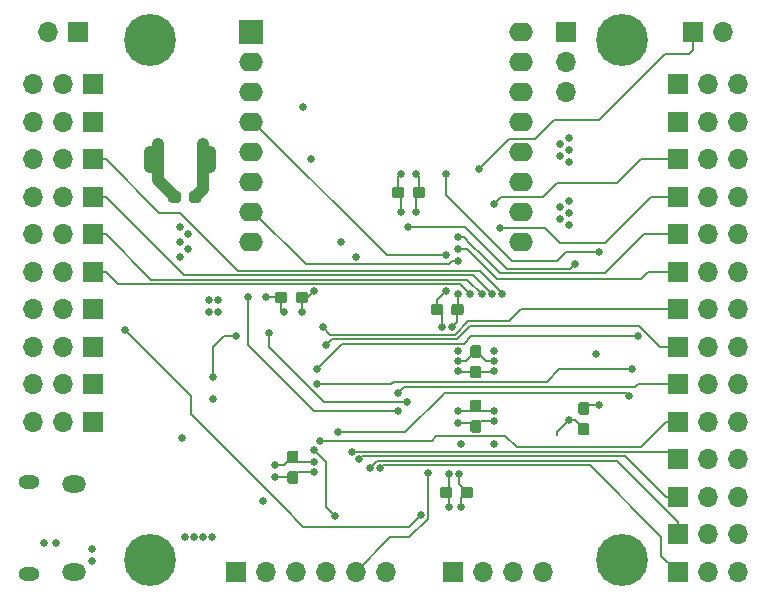
<source format=gbr>
G04 #@! TF.GenerationSoftware,KiCad,Pcbnew,(5.1.2-1)-1*
G04 #@! TF.CreationDate,2019-07-06T18:38:22+02:00*
G04 #@! TF.ProjectId,servonoid,73657276-6f6e-46f6-9964-2e6b69636164,rev?*
G04 #@! TF.SameCoordinates,Original*
G04 #@! TF.FileFunction,Copper,L4,Bot*
G04 #@! TF.FilePolarity,Positive*
%FSLAX46Y46*%
G04 Gerber Fmt 4.6, Leading zero omitted, Abs format (unit mm)*
G04 Created by KiCad (PCBNEW (5.1.2-1)-1) date 2019-07-06 18:38:22*
%MOMM*%
%LPD*%
G04 APERTURE LIST*
%ADD10O,2.000000X1.600000*%
%ADD11R,2.000000X2.000000*%
%ADD12C,0.100000*%
%ADD13C,0.950000*%
%ADD14O,2.000000X1.450000*%
%ADD15O,1.800000X1.150000*%
%ADD16R,1.700000X1.700000*%
%ADD17O,1.700000X1.700000*%
%ADD18C,4.400000*%
%ADD19C,0.700000*%
%ADD20C,0.660400*%
%ADD21C,1.000000*%
%ADD22C,0.200000*%
%ADD23C,0.177800*%
G04 APERTURE END LIST*
D10*
X140970000Y-84455000D03*
D11*
X140970000Y-81915000D03*
D10*
X140970000Y-86995000D03*
X140970000Y-89535000D03*
X140970000Y-92075000D03*
X140970000Y-94615000D03*
X140970000Y-97155000D03*
X140970000Y-99695000D03*
X163830000Y-99695000D03*
X163830000Y-97155000D03*
X163830000Y-94615000D03*
X163830000Y-92075000D03*
X163830000Y-89535000D03*
X163830000Y-86995000D03*
X163830000Y-84455000D03*
X163830000Y-81915000D03*
D12*
G36*
X169424779Y-113268144D02*
G01*
X169447834Y-113271563D01*
X169470443Y-113277227D01*
X169492387Y-113285079D01*
X169513457Y-113295044D01*
X169533448Y-113307026D01*
X169552168Y-113320910D01*
X169569438Y-113336562D01*
X169585090Y-113353832D01*
X169598974Y-113372552D01*
X169610956Y-113392543D01*
X169620921Y-113413613D01*
X169628773Y-113435557D01*
X169634437Y-113458166D01*
X169637856Y-113481221D01*
X169639000Y-113504500D01*
X169639000Y-114079500D01*
X169637856Y-114102779D01*
X169634437Y-114125834D01*
X169628773Y-114148443D01*
X169620921Y-114170387D01*
X169610956Y-114191457D01*
X169598974Y-114211448D01*
X169585090Y-114230168D01*
X169569438Y-114247438D01*
X169552168Y-114263090D01*
X169533448Y-114276974D01*
X169513457Y-114288956D01*
X169492387Y-114298921D01*
X169470443Y-114306773D01*
X169447834Y-114312437D01*
X169424779Y-114315856D01*
X169401500Y-114317000D01*
X168926500Y-114317000D01*
X168903221Y-114315856D01*
X168880166Y-114312437D01*
X168857557Y-114306773D01*
X168835613Y-114298921D01*
X168814543Y-114288956D01*
X168794552Y-114276974D01*
X168775832Y-114263090D01*
X168758562Y-114247438D01*
X168742910Y-114230168D01*
X168729026Y-114211448D01*
X168717044Y-114191457D01*
X168707079Y-114170387D01*
X168699227Y-114148443D01*
X168693563Y-114125834D01*
X168690144Y-114102779D01*
X168689000Y-114079500D01*
X168689000Y-113504500D01*
X168690144Y-113481221D01*
X168693563Y-113458166D01*
X168699227Y-113435557D01*
X168707079Y-113413613D01*
X168717044Y-113392543D01*
X168729026Y-113372552D01*
X168742910Y-113353832D01*
X168758562Y-113336562D01*
X168775832Y-113320910D01*
X168794552Y-113307026D01*
X168814543Y-113295044D01*
X168835613Y-113285079D01*
X168857557Y-113277227D01*
X168880166Y-113271563D01*
X168903221Y-113268144D01*
X168926500Y-113267000D01*
X169401500Y-113267000D01*
X169424779Y-113268144D01*
X169424779Y-113268144D01*
G37*
D13*
X169164000Y-113792000D03*
D12*
G36*
X169424779Y-115018144D02*
G01*
X169447834Y-115021563D01*
X169470443Y-115027227D01*
X169492387Y-115035079D01*
X169513457Y-115045044D01*
X169533448Y-115057026D01*
X169552168Y-115070910D01*
X169569438Y-115086562D01*
X169585090Y-115103832D01*
X169598974Y-115122552D01*
X169610956Y-115142543D01*
X169620921Y-115163613D01*
X169628773Y-115185557D01*
X169634437Y-115208166D01*
X169637856Y-115231221D01*
X169639000Y-115254500D01*
X169639000Y-115829500D01*
X169637856Y-115852779D01*
X169634437Y-115875834D01*
X169628773Y-115898443D01*
X169620921Y-115920387D01*
X169610956Y-115941457D01*
X169598974Y-115961448D01*
X169585090Y-115980168D01*
X169569438Y-115997438D01*
X169552168Y-116013090D01*
X169533448Y-116026974D01*
X169513457Y-116038956D01*
X169492387Y-116048921D01*
X169470443Y-116056773D01*
X169447834Y-116062437D01*
X169424779Y-116065856D01*
X169401500Y-116067000D01*
X168926500Y-116067000D01*
X168903221Y-116065856D01*
X168880166Y-116062437D01*
X168857557Y-116056773D01*
X168835613Y-116048921D01*
X168814543Y-116038956D01*
X168794552Y-116026974D01*
X168775832Y-116013090D01*
X168758562Y-115997438D01*
X168742910Y-115980168D01*
X168729026Y-115961448D01*
X168717044Y-115941457D01*
X168707079Y-115920387D01*
X168699227Y-115898443D01*
X168693563Y-115875834D01*
X168690144Y-115852779D01*
X168689000Y-115829500D01*
X168689000Y-115254500D01*
X168690144Y-115231221D01*
X168693563Y-115208166D01*
X168699227Y-115185557D01*
X168707079Y-115163613D01*
X168717044Y-115142543D01*
X168729026Y-115122552D01*
X168742910Y-115103832D01*
X168758562Y-115086562D01*
X168775832Y-115070910D01*
X168794552Y-115057026D01*
X168814543Y-115045044D01*
X168835613Y-115035079D01*
X168857557Y-115027227D01*
X168880166Y-115021563D01*
X168903221Y-115018144D01*
X168926500Y-115017000D01*
X169401500Y-115017000D01*
X169424779Y-115018144D01*
X169424779Y-115018144D01*
G37*
D13*
X169164000Y-115542000D03*
D12*
G36*
X134831779Y-95411144D02*
G01*
X134854834Y-95414563D01*
X134877443Y-95420227D01*
X134899387Y-95428079D01*
X134920457Y-95438044D01*
X134940448Y-95450026D01*
X134959168Y-95463910D01*
X134976438Y-95479562D01*
X134992090Y-95496832D01*
X135005974Y-95515552D01*
X135017956Y-95535543D01*
X135027921Y-95556613D01*
X135035773Y-95578557D01*
X135041437Y-95601166D01*
X135044856Y-95624221D01*
X135046000Y-95647500D01*
X135046000Y-96122500D01*
X135044856Y-96145779D01*
X135041437Y-96168834D01*
X135035773Y-96191443D01*
X135027921Y-96213387D01*
X135017956Y-96234457D01*
X135005974Y-96254448D01*
X134992090Y-96273168D01*
X134976438Y-96290438D01*
X134959168Y-96306090D01*
X134940448Y-96319974D01*
X134920457Y-96331956D01*
X134899387Y-96341921D01*
X134877443Y-96349773D01*
X134854834Y-96355437D01*
X134831779Y-96358856D01*
X134808500Y-96360000D01*
X134233500Y-96360000D01*
X134210221Y-96358856D01*
X134187166Y-96355437D01*
X134164557Y-96349773D01*
X134142613Y-96341921D01*
X134121543Y-96331956D01*
X134101552Y-96319974D01*
X134082832Y-96306090D01*
X134065562Y-96290438D01*
X134049910Y-96273168D01*
X134036026Y-96254448D01*
X134024044Y-96234457D01*
X134014079Y-96213387D01*
X134006227Y-96191443D01*
X134000563Y-96168834D01*
X133997144Y-96145779D01*
X133996000Y-96122500D01*
X133996000Y-95647500D01*
X133997144Y-95624221D01*
X134000563Y-95601166D01*
X134006227Y-95578557D01*
X134014079Y-95556613D01*
X134024044Y-95535543D01*
X134036026Y-95515552D01*
X134049910Y-95496832D01*
X134065562Y-95479562D01*
X134082832Y-95463910D01*
X134101552Y-95450026D01*
X134121543Y-95438044D01*
X134142613Y-95428079D01*
X134164557Y-95420227D01*
X134187166Y-95414563D01*
X134210221Y-95411144D01*
X134233500Y-95410000D01*
X134808500Y-95410000D01*
X134831779Y-95411144D01*
X134831779Y-95411144D01*
G37*
D13*
X134521000Y-95885000D03*
D12*
G36*
X136581779Y-95411144D02*
G01*
X136604834Y-95414563D01*
X136627443Y-95420227D01*
X136649387Y-95428079D01*
X136670457Y-95438044D01*
X136690448Y-95450026D01*
X136709168Y-95463910D01*
X136726438Y-95479562D01*
X136742090Y-95496832D01*
X136755974Y-95515552D01*
X136767956Y-95535543D01*
X136777921Y-95556613D01*
X136785773Y-95578557D01*
X136791437Y-95601166D01*
X136794856Y-95624221D01*
X136796000Y-95647500D01*
X136796000Y-96122500D01*
X136794856Y-96145779D01*
X136791437Y-96168834D01*
X136785773Y-96191443D01*
X136777921Y-96213387D01*
X136767956Y-96234457D01*
X136755974Y-96254448D01*
X136742090Y-96273168D01*
X136726438Y-96290438D01*
X136709168Y-96306090D01*
X136690448Y-96319974D01*
X136670457Y-96331956D01*
X136649387Y-96341921D01*
X136627443Y-96349773D01*
X136604834Y-96355437D01*
X136581779Y-96358856D01*
X136558500Y-96360000D01*
X135983500Y-96360000D01*
X135960221Y-96358856D01*
X135937166Y-96355437D01*
X135914557Y-96349773D01*
X135892613Y-96341921D01*
X135871543Y-96331956D01*
X135851552Y-96319974D01*
X135832832Y-96306090D01*
X135815562Y-96290438D01*
X135799910Y-96273168D01*
X135786026Y-96254448D01*
X135774044Y-96234457D01*
X135764079Y-96213387D01*
X135756227Y-96191443D01*
X135750563Y-96168834D01*
X135747144Y-96145779D01*
X135746000Y-96122500D01*
X135746000Y-95647500D01*
X135747144Y-95624221D01*
X135750563Y-95601166D01*
X135756227Y-95578557D01*
X135764079Y-95556613D01*
X135774044Y-95535543D01*
X135786026Y-95515552D01*
X135799910Y-95496832D01*
X135815562Y-95479562D01*
X135832832Y-95463910D01*
X135851552Y-95450026D01*
X135871543Y-95438044D01*
X135892613Y-95428079D01*
X135914557Y-95420227D01*
X135937166Y-95414563D01*
X135960221Y-95411144D01*
X135983500Y-95410000D01*
X136558500Y-95410000D01*
X136581779Y-95411144D01*
X136581779Y-95411144D01*
G37*
D13*
X136271000Y-95885000D03*
D12*
G36*
X160280779Y-108442144D02*
G01*
X160303834Y-108445563D01*
X160326443Y-108451227D01*
X160348387Y-108459079D01*
X160369457Y-108469044D01*
X160389448Y-108481026D01*
X160408168Y-108494910D01*
X160425438Y-108510562D01*
X160441090Y-108527832D01*
X160454974Y-108546552D01*
X160466956Y-108566543D01*
X160476921Y-108587613D01*
X160484773Y-108609557D01*
X160490437Y-108632166D01*
X160493856Y-108655221D01*
X160495000Y-108678500D01*
X160495000Y-109253500D01*
X160493856Y-109276779D01*
X160490437Y-109299834D01*
X160484773Y-109322443D01*
X160476921Y-109344387D01*
X160466956Y-109365457D01*
X160454974Y-109385448D01*
X160441090Y-109404168D01*
X160425438Y-109421438D01*
X160408168Y-109437090D01*
X160389448Y-109450974D01*
X160369457Y-109462956D01*
X160348387Y-109472921D01*
X160326443Y-109480773D01*
X160303834Y-109486437D01*
X160280779Y-109489856D01*
X160257500Y-109491000D01*
X159782500Y-109491000D01*
X159759221Y-109489856D01*
X159736166Y-109486437D01*
X159713557Y-109480773D01*
X159691613Y-109472921D01*
X159670543Y-109462956D01*
X159650552Y-109450974D01*
X159631832Y-109437090D01*
X159614562Y-109421438D01*
X159598910Y-109404168D01*
X159585026Y-109385448D01*
X159573044Y-109365457D01*
X159563079Y-109344387D01*
X159555227Y-109322443D01*
X159549563Y-109299834D01*
X159546144Y-109276779D01*
X159545000Y-109253500D01*
X159545000Y-108678500D01*
X159546144Y-108655221D01*
X159549563Y-108632166D01*
X159555227Y-108609557D01*
X159563079Y-108587613D01*
X159573044Y-108566543D01*
X159585026Y-108546552D01*
X159598910Y-108527832D01*
X159614562Y-108510562D01*
X159631832Y-108494910D01*
X159650552Y-108481026D01*
X159670543Y-108469044D01*
X159691613Y-108459079D01*
X159713557Y-108451227D01*
X159736166Y-108445563D01*
X159759221Y-108442144D01*
X159782500Y-108441000D01*
X160257500Y-108441000D01*
X160280779Y-108442144D01*
X160280779Y-108442144D01*
G37*
D13*
X160020000Y-108966000D03*
D12*
G36*
X160280779Y-110192144D02*
G01*
X160303834Y-110195563D01*
X160326443Y-110201227D01*
X160348387Y-110209079D01*
X160369457Y-110219044D01*
X160389448Y-110231026D01*
X160408168Y-110244910D01*
X160425438Y-110260562D01*
X160441090Y-110277832D01*
X160454974Y-110296552D01*
X160466956Y-110316543D01*
X160476921Y-110337613D01*
X160484773Y-110359557D01*
X160490437Y-110382166D01*
X160493856Y-110405221D01*
X160495000Y-110428500D01*
X160495000Y-111003500D01*
X160493856Y-111026779D01*
X160490437Y-111049834D01*
X160484773Y-111072443D01*
X160476921Y-111094387D01*
X160466956Y-111115457D01*
X160454974Y-111135448D01*
X160441090Y-111154168D01*
X160425438Y-111171438D01*
X160408168Y-111187090D01*
X160389448Y-111200974D01*
X160369457Y-111212956D01*
X160348387Y-111222921D01*
X160326443Y-111230773D01*
X160303834Y-111236437D01*
X160280779Y-111239856D01*
X160257500Y-111241000D01*
X159782500Y-111241000D01*
X159759221Y-111239856D01*
X159736166Y-111236437D01*
X159713557Y-111230773D01*
X159691613Y-111222921D01*
X159670543Y-111212956D01*
X159650552Y-111200974D01*
X159631832Y-111187090D01*
X159614562Y-111171438D01*
X159598910Y-111154168D01*
X159585026Y-111135448D01*
X159573044Y-111115457D01*
X159563079Y-111094387D01*
X159555227Y-111072443D01*
X159549563Y-111049834D01*
X159546144Y-111026779D01*
X159545000Y-111003500D01*
X159545000Y-110428500D01*
X159546144Y-110405221D01*
X159549563Y-110382166D01*
X159555227Y-110359557D01*
X159563079Y-110337613D01*
X159573044Y-110316543D01*
X159585026Y-110296552D01*
X159598910Y-110277832D01*
X159614562Y-110260562D01*
X159631832Y-110244910D01*
X159650552Y-110231026D01*
X159670543Y-110219044D01*
X159691613Y-110209079D01*
X159713557Y-110201227D01*
X159736166Y-110195563D01*
X159759221Y-110192144D01*
X159782500Y-110191000D01*
X160257500Y-110191000D01*
X160280779Y-110192144D01*
X160280779Y-110192144D01*
G37*
D13*
X160020000Y-110716000D03*
D12*
G36*
X145598779Y-103920144D02*
G01*
X145621834Y-103923563D01*
X145644443Y-103929227D01*
X145666387Y-103937079D01*
X145687457Y-103947044D01*
X145707448Y-103959026D01*
X145726168Y-103972910D01*
X145743438Y-103988562D01*
X145759090Y-104005832D01*
X145772974Y-104024552D01*
X145784956Y-104044543D01*
X145794921Y-104065613D01*
X145802773Y-104087557D01*
X145808437Y-104110166D01*
X145811856Y-104133221D01*
X145813000Y-104156500D01*
X145813000Y-104631500D01*
X145811856Y-104654779D01*
X145808437Y-104677834D01*
X145802773Y-104700443D01*
X145794921Y-104722387D01*
X145784956Y-104743457D01*
X145772974Y-104763448D01*
X145759090Y-104782168D01*
X145743438Y-104799438D01*
X145726168Y-104815090D01*
X145707448Y-104828974D01*
X145687457Y-104840956D01*
X145666387Y-104850921D01*
X145644443Y-104858773D01*
X145621834Y-104864437D01*
X145598779Y-104867856D01*
X145575500Y-104869000D01*
X145000500Y-104869000D01*
X144977221Y-104867856D01*
X144954166Y-104864437D01*
X144931557Y-104858773D01*
X144909613Y-104850921D01*
X144888543Y-104840956D01*
X144868552Y-104828974D01*
X144849832Y-104815090D01*
X144832562Y-104799438D01*
X144816910Y-104782168D01*
X144803026Y-104763448D01*
X144791044Y-104743457D01*
X144781079Y-104722387D01*
X144773227Y-104700443D01*
X144767563Y-104677834D01*
X144764144Y-104654779D01*
X144763000Y-104631500D01*
X144763000Y-104156500D01*
X144764144Y-104133221D01*
X144767563Y-104110166D01*
X144773227Y-104087557D01*
X144781079Y-104065613D01*
X144791044Y-104044543D01*
X144803026Y-104024552D01*
X144816910Y-104005832D01*
X144832562Y-103988562D01*
X144849832Y-103972910D01*
X144868552Y-103959026D01*
X144888543Y-103947044D01*
X144909613Y-103937079D01*
X144931557Y-103929227D01*
X144954166Y-103923563D01*
X144977221Y-103920144D01*
X145000500Y-103919000D01*
X145575500Y-103919000D01*
X145598779Y-103920144D01*
X145598779Y-103920144D01*
G37*
D13*
X145288000Y-104394000D03*
D12*
G36*
X143848779Y-103920144D02*
G01*
X143871834Y-103923563D01*
X143894443Y-103929227D01*
X143916387Y-103937079D01*
X143937457Y-103947044D01*
X143957448Y-103959026D01*
X143976168Y-103972910D01*
X143993438Y-103988562D01*
X144009090Y-104005832D01*
X144022974Y-104024552D01*
X144034956Y-104044543D01*
X144044921Y-104065613D01*
X144052773Y-104087557D01*
X144058437Y-104110166D01*
X144061856Y-104133221D01*
X144063000Y-104156500D01*
X144063000Y-104631500D01*
X144061856Y-104654779D01*
X144058437Y-104677834D01*
X144052773Y-104700443D01*
X144044921Y-104722387D01*
X144034956Y-104743457D01*
X144022974Y-104763448D01*
X144009090Y-104782168D01*
X143993438Y-104799438D01*
X143976168Y-104815090D01*
X143957448Y-104828974D01*
X143937457Y-104840956D01*
X143916387Y-104850921D01*
X143894443Y-104858773D01*
X143871834Y-104864437D01*
X143848779Y-104867856D01*
X143825500Y-104869000D01*
X143250500Y-104869000D01*
X143227221Y-104867856D01*
X143204166Y-104864437D01*
X143181557Y-104858773D01*
X143159613Y-104850921D01*
X143138543Y-104840956D01*
X143118552Y-104828974D01*
X143099832Y-104815090D01*
X143082562Y-104799438D01*
X143066910Y-104782168D01*
X143053026Y-104763448D01*
X143041044Y-104743457D01*
X143031079Y-104722387D01*
X143023227Y-104700443D01*
X143017563Y-104677834D01*
X143014144Y-104654779D01*
X143013000Y-104631500D01*
X143013000Y-104156500D01*
X143014144Y-104133221D01*
X143017563Y-104110166D01*
X143023227Y-104087557D01*
X143031079Y-104065613D01*
X143041044Y-104044543D01*
X143053026Y-104024552D01*
X143066910Y-104005832D01*
X143082562Y-103988562D01*
X143099832Y-103972910D01*
X143118552Y-103959026D01*
X143138543Y-103947044D01*
X143159613Y-103937079D01*
X143181557Y-103929227D01*
X143204166Y-103923563D01*
X143227221Y-103920144D01*
X143250500Y-103919000D01*
X143825500Y-103919000D01*
X143848779Y-103920144D01*
X143848779Y-103920144D01*
G37*
D13*
X143538000Y-104394000D03*
D12*
G36*
X160280779Y-114792144D02*
G01*
X160303834Y-114795563D01*
X160326443Y-114801227D01*
X160348387Y-114809079D01*
X160369457Y-114819044D01*
X160389448Y-114831026D01*
X160408168Y-114844910D01*
X160425438Y-114860562D01*
X160441090Y-114877832D01*
X160454974Y-114896552D01*
X160466956Y-114916543D01*
X160476921Y-114937613D01*
X160484773Y-114959557D01*
X160490437Y-114982166D01*
X160493856Y-115005221D01*
X160495000Y-115028500D01*
X160495000Y-115603500D01*
X160493856Y-115626779D01*
X160490437Y-115649834D01*
X160484773Y-115672443D01*
X160476921Y-115694387D01*
X160466956Y-115715457D01*
X160454974Y-115735448D01*
X160441090Y-115754168D01*
X160425438Y-115771438D01*
X160408168Y-115787090D01*
X160389448Y-115800974D01*
X160369457Y-115812956D01*
X160348387Y-115822921D01*
X160326443Y-115830773D01*
X160303834Y-115836437D01*
X160280779Y-115839856D01*
X160257500Y-115841000D01*
X159782500Y-115841000D01*
X159759221Y-115839856D01*
X159736166Y-115836437D01*
X159713557Y-115830773D01*
X159691613Y-115822921D01*
X159670543Y-115812956D01*
X159650552Y-115800974D01*
X159631832Y-115787090D01*
X159614562Y-115771438D01*
X159598910Y-115754168D01*
X159585026Y-115735448D01*
X159573044Y-115715457D01*
X159563079Y-115694387D01*
X159555227Y-115672443D01*
X159549563Y-115649834D01*
X159546144Y-115626779D01*
X159545000Y-115603500D01*
X159545000Y-115028500D01*
X159546144Y-115005221D01*
X159549563Y-114982166D01*
X159555227Y-114959557D01*
X159563079Y-114937613D01*
X159573044Y-114916543D01*
X159585026Y-114896552D01*
X159598910Y-114877832D01*
X159614562Y-114860562D01*
X159631832Y-114844910D01*
X159650552Y-114831026D01*
X159670543Y-114819044D01*
X159691613Y-114809079D01*
X159713557Y-114801227D01*
X159736166Y-114795563D01*
X159759221Y-114792144D01*
X159782500Y-114791000D01*
X160257500Y-114791000D01*
X160280779Y-114792144D01*
X160280779Y-114792144D01*
G37*
D13*
X160020000Y-115316000D03*
D12*
G36*
X160280779Y-113042144D02*
G01*
X160303834Y-113045563D01*
X160326443Y-113051227D01*
X160348387Y-113059079D01*
X160369457Y-113069044D01*
X160389448Y-113081026D01*
X160408168Y-113094910D01*
X160425438Y-113110562D01*
X160441090Y-113127832D01*
X160454974Y-113146552D01*
X160466956Y-113166543D01*
X160476921Y-113187613D01*
X160484773Y-113209557D01*
X160490437Y-113232166D01*
X160493856Y-113255221D01*
X160495000Y-113278500D01*
X160495000Y-113853500D01*
X160493856Y-113876779D01*
X160490437Y-113899834D01*
X160484773Y-113922443D01*
X160476921Y-113944387D01*
X160466956Y-113965457D01*
X160454974Y-113985448D01*
X160441090Y-114004168D01*
X160425438Y-114021438D01*
X160408168Y-114037090D01*
X160389448Y-114050974D01*
X160369457Y-114062956D01*
X160348387Y-114072921D01*
X160326443Y-114080773D01*
X160303834Y-114086437D01*
X160280779Y-114089856D01*
X160257500Y-114091000D01*
X159782500Y-114091000D01*
X159759221Y-114089856D01*
X159736166Y-114086437D01*
X159713557Y-114080773D01*
X159691613Y-114072921D01*
X159670543Y-114062956D01*
X159650552Y-114050974D01*
X159631832Y-114037090D01*
X159614562Y-114021438D01*
X159598910Y-114004168D01*
X159585026Y-113985448D01*
X159573044Y-113965457D01*
X159563079Y-113944387D01*
X159555227Y-113922443D01*
X159549563Y-113899834D01*
X159546144Y-113876779D01*
X159545000Y-113853500D01*
X159545000Y-113278500D01*
X159546144Y-113255221D01*
X159549563Y-113232166D01*
X159555227Y-113209557D01*
X159563079Y-113187613D01*
X159573044Y-113166543D01*
X159585026Y-113146552D01*
X159598910Y-113127832D01*
X159614562Y-113110562D01*
X159631832Y-113094910D01*
X159650552Y-113081026D01*
X159670543Y-113069044D01*
X159691613Y-113059079D01*
X159713557Y-113051227D01*
X159736166Y-113045563D01*
X159759221Y-113042144D01*
X159782500Y-113041000D01*
X160257500Y-113041000D01*
X160280779Y-113042144D01*
X160280779Y-113042144D01*
G37*
D13*
X160020000Y-113566000D03*
D12*
G36*
X157028779Y-104936144D02*
G01*
X157051834Y-104939563D01*
X157074443Y-104945227D01*
X157096387Y-104953079D01*
X157117457Y-104963044D01*
X157137448Y-104975026D01*
X157156168Y-104988910D01*
X157173438Y-105004562D01*
X157189090Y-105021832D01*
X157202974Y-105040552D01*
X157214956Y-105060543D01*
X157224921Y-105081613D01*
X157232773Y-105103557D01*
X157238437Y-105126166D01*
X157241856Y-105149221D01*
X157243000Y-105172500D01*
X157243000Y-105647500D01*
X157241856Y-105670779D01*
X157238437Y-105693834D01*
X157232773Y-105716443D01*
X157224921Y-105738387D01*
X157214956Y-105759457D01*
X157202974Y-105779448D01*
X157189090Y-105798168D01*
X157173438Y-105815438D01*
X157156168Y-105831090D01*
X157137448Y-105844974D01*
X157117457Y-105856956D01*
X157096387Y-105866921D01*
X157074443Y-105874773D01*
X157051834Y-105880437D01*
X157028779Y-105883856D01*
X157005500Y-105885000D01*
X156430500Y-105885000D01*
X156407221Y-105883856D01*
X156384166Y-105880437D01*
X156361557Y-105874773D01*
X156339613Y-105866921D01*
X156318543Y-105856956D01*
X156298552Y-105844974D01*
X156279832Y-105831090D01*
X156262562Y-105815438D01*
X156246910Y-105798168D01*
X156233026Y-105779448D01*
X156221044Y-105759457D01*
X156211079Y-105738387D01*
X156203227Y-105716443D01*
X156197563Y-105693834D01*
X156194144Y-105670779D01*
X156193000Y-105647500D01*
X156193000Y-105172500D01*
X156194144Y-105149221D01*
X156197563Y-105126166D01*
X156203227Y-105103557D01*
X156211079Y-105081613D01*
X156221044Y-105060543D01*
X156233026Y-105040552D01*
X156246910Y-105021832D01*
X156262562Y-105004562D01*
X156279832Y-104988910D01*
X156298552Y-104975026D01*
X156318543Y-104963044D01*
X156339613Y-104953079D01*
X156361557Y-104945227D01*
X156384166Y-104939563D01*
X156407221Y-104936144D01*
X156430500Y-104935000D01*
X157005500Y-104935000D01*
X157028779Y-104936144D01*
X157028779Y-104936144D01*
G37*
D13*
X156718000Y-105410000D03*
D12*
G36*
X158778779Y-104936144D02*
G01*
X158801834Y-104939563D01*
X158824443Y-104945227D01*
X158846387Y-104953079D01*
X158867457Y-104963044D01*
X158887448Y-104975026D01*
X158906168Y-104988910D01*
X158923438Y-105004562D01*
X158939090Y-105021832D01*
X158952974Y-105040552D01*
X158964956Y-105060543D01*
X158974921Y-105081613D01*
X158982773Y-105103557D01*
X158988437Y-105126166D01*
X158991856Y-105149221D01*
X158993000Y-105172500D01*
X158993000Y-105647500D01*
X158991856Y-105670779D01*
X158988437Y-105693834D01*
X158982773Y-105716443D01*
X158974921Y-105738387D01*
X158964956Y-105759457D01*
X158952974Y-105779448D01*
X158939090Y-105798168D01*
X158923438Y-105815438D01*
X158906168Y-105831090D01*
X158887448Y-105844974D01*
X158867457Y-105856956D01*
X158846387Y-105866921D01*
X158824443Y-105874773D01*
X158801834Y-105880437D01*
X158778779Y-105883856D01*
X158755500Y-105885000D01*
X158180500Y-105885000D01*
X158157221Y-105883856D01*
X158134166Y-105880437D01*
X158111557Y-105874773D01*
X158089613Y-105866921D01*
X158068543Y-105856956D01*
X158048552Y-105844974D01*
X158029832Y-105831090D01*
X158012562Y-105815438D01*
X157996910Y-105798168D01*
X157983026Y-105779448D01*
X157971044Y-105759457D01*
X157961079Y-105738387D01*
X157953227Y-105716443D01*
X157947563Y-105693834D01*
X157944144Y-105670779D01*
X157943000Y-105647500D01*
X157943000Y-105172500D01*
X157944144Y-105149221D01*
X157947563Y-105126166D01*
X157953227Y-105103557D01*
X157961079Y-105081613D01*
X157971044Y-105060543D01*
X157983026Y-105040552D01*
X157996910Y-105021832D01*
X158012562Y-105004562D01*
X158029832Y-104988910D01*
X158048552Y-104975026D01*
X158068543Y-104963044D01*
X158089613Y-104953079D01*
X158111557Y-104945227D01*
X158134166Y-104939563D01*
X158157221Y-104936144D01*
X158180500Y-104935000D01*
X158755500Y-104935000D01*
X158778779Y-104936144D01*
X158778779Y-104936144D01*
G37*
D13*
X158468000Y-105410000D03*
D12*
G36*
X144786779Y-117360144D02*
G01*
X144809834Y-117363563D01*
X144832443Y-117369227D01*
X144854387Y-117377079D01*
X144875457Y-117387044D01*
X144895448Y-117399026D01*
X144914168Y-117412910D01*
X144931438Y-117428562D01*
X144947090Y-117445832D01*
X144960974Y-117464552D01*
X144972956Y-117484543D01*
X144982921Y-117505613D01*
X144990773Y-117527557D01*
X144996437Y-117550166D01*
X144999856Y-117573221D01*
X145001000Y-117596500D01*
X145001000Y-118171500D01*
X144999856Y-118194779D01*
X144996437Y-118217834D01*
X144990773Y-118240443D01*
X144982921Y-118262387D01*
X144972956Y-118283457D01*
X144960974Y-118303448D01*
X144947090Y-118322168D01*
X144931438Y-118339438D01*
X144914168Y-118355090D01*
X144895448Y-118368974D01*
X144875457Y-118380956D01*
X144854387Y-118390921D01*
X144832443Y-118398773D01*
X144809834Y-118404437D01*
X144786779Y-118407856D01*
X144763500Y-118409000D01*
X144288500Y-118409000D01*
X144265221Y-118407856D01*
X144242166Y-118404437D01*
X144219557Y-118398773D01*
X144197613Y-118390921D01*
X144176543Y-118380956D01*
X144156552Y-118368974D01*
X144137832Y-118355090D01*
X144120562Y-118339438D01*
X144104910Y-118322168D01*
X144091026Y-118303448D01*
X144079044Y-118283457D01*
X144069079Y-118262387D01*
X144061227Y-118240443D01*
X144055563Y-118217834D01*
X144052144Y-118194779D01*
X144051000Y-118171500D01*
X144051000Y-117596500D01*
X144052144Y-117573221D01*
X144055563Y-117550166D01*
X144061227Y-117527557D01*
X144069079Y-117505613D01*
X144079044Y-117484543D01*
X144091026Y-117464552D01*
X144104910Y-117445832D01*
X144120562Y-117428562D01*
X144137832Y-117412910D01*
X144156552Y-117399026D01*
X144176543Y-117387044D01*
X144197613Y-117377079D01*
X144219557Y-117369227D01*
X144242166Y-117363563D01*
X144265221Y-117360144D01*
X144288500Y-117359000D01*
X144763500Y-117359000D01*
X144786779Y-117360144D01*
X144786779Y-117360144D01*
G37*
D13*
X144526000Y-117884000D03*
D12*
G36*
X144786779Y-119110144D02*
G01*
X144809834Y-119113563D01*
X144832443Y-119119227D01*
X144854387Y-119127079D01*
X144875457Y-119137044D01*
X144895448Y-119149026D01*
X144914168Y-119162910D01*
X144931438Y-119178562D01*
X144947090Y-119195832D01*
X144960974Y-119214552D01*
X144972956Y-119234543D01*
X144982921Y-119255613D01*
X144990773Y-119277557D01*
X144996437Y-119300166D01*
X144999856Y-119323221D01*
X145001000Y-119346500D01*
X145001000Y-119921500D01*
X144999856Y-119944779D01*
X144996437Y-119967834D01*
X144990773Y-119990443D01*
X144982921Y-120012387D01*
X144972956Y-120033457D01*
X144960974Y-120053448D01*
X144947090Y-120072168D01*
X144931438Y-120089438D01*
X144914168Y-120105090D01*
X144895448Y-120118974D01*
X144875457Y-120130956D01*
X144854387Y-120140921D01*
X144832443Y-120148773D01*
X144809834Y-120154437D01*
X144786779Y-120157856D01*
X144763500Y-120159000D01*
X144288500Y-120159000D01*
X144265221Y-120157856D01*
X144242166Y-120154437D01*
X144219557Y-120148773D01*
X144197613Y-120140921D01*
X144176543Y-120130956D01*
X144156552Y-120118974D01*
X144137832Y-120105090D01*
X144120562Y-120089438D01*
X144104910Y-120072168D01*
X144091026Y-120053448D01*
X144079044Y-120033457D01*
X144069079Y-120012387D01*
X144061227Y-119990443D01*
X144055563Y-119967834D01*
X144052144Y-119944779D01*
X144051000Y-119921500D01*
X144051000Y-119346500D01*
X144052144Y-119323221D01*
X144055563Y-119300166D01*
X144061227Y-119277557D01*
X144069079Y-119255613D01*
X144079044Y-119234543D01*
X144091026Y-119214552D01*
X144104910Y-119195832D01*
X144120562Y-119178562D01*
X144137832Y-119162910D01*
X144156552Y-119149026D01*
X144176543Y-119137044D01*
X144197613Y-119127079D01*
X144219557Y-119119227D01*
X144242166Y-119113563D01*
X144265221Y-119110144D01*
X144288500Y-119109000D01*
X144763500Y-119109000D01*
X144786779Y-119110144D01*
X144786779Y-119110144D01*
G37*
D13*
X144526000Y-119634000D03*
D12*
G36*
X159568779Y-120430144D02*
G01*
X159591834Y-120433563D01*
X159614443Y-120439227D01*
X159636387Y-120447079D01*
X159657457Y-120457044D01*
X159677448Y-120469026D01*
X159696168Y-120482910D01*
X159713438Y-120498562D01*
X159729090Y-120515832D01*
X159742974Y-120534552D01*
X159754956Y-120554543D01*
X159764921Y-120575613D01*
X159772773Y-120597557D01*
X159778437Y-120620166D01*
X159781856Y-120643221D01*
X159783000Y-120666500D01*
X159783000Y-121141500D01*
X159781856Y-121164779D01*
X159778437Y-121187834D01*
X159772773Y-121210443D01*
X159764921Y-121232387D01*
X159754956Y-121253457D01*
X159742974Y-121273448D01*
X159729090Y-121292168D01*
X159713438Y-121309438D01*
X159696168Y-121325090D01*
X159677448Y-121338974D01*
X159657457Y-121350956D01*
X159636387Y-121360921D01*
X159614443Y-121368773D01*
X159591834Y-121374437D01*
X159568779Y-121377856D01*
X159545500Y-121379000D01*
X158970500Y-121379000D01*
X158947221Y-121377856D01*
X158924166Y-121374437D01*
X158901557Y-121368773D01*
X158879613Y-121360921D01*
X158858543Y-121350956D01*
X158838552Y-121338974D01*
X158819832Y-121325090D01*
X158802562Y-121309438D01*
X158786910Y-121292168D01*
X158773026Y-121273448D01*
X158761044Y-121253457D01*
X158751079Y-121232387D01*
X158743227Y-121210443D01*
X158737563Y-121187834D01*
X158734144Y-121164779D01*
X158733000Y-121141500D01*
X158733000Y-120666500D01*
X158734144Y-120643221D01*
X158737563Y-120620166D01*
X158743227Y-120597557D01*
X158751079Y-120575613D01*
X158761044Y-120554543D01*
X158773026Y-120534552D01*
X158786910Y-120515832D01*
X158802562Y-120498562D01*
X158819832Y-120482910D01*
X158838552Y-120469026D01*
X158858543Y-120457044D01*
X158879613Y-120447079D01*
X158901557Y-120439227D01*
X158924166Y-120433563D01*
X158947221Y-120430144D01*
X158970500Y-120429000D01*
X159545500Y-120429000D01*
X159568779Y-120430144D01*
X159568779Y-120430144D01*
G37*
D13*
X159258000Y-120904000D03*
D12*
G36*
X157818779Y-120430144D02*
G01*
X157841834Y-120433563D01*
X157864443Y-120439227D01*
X157886387Y-120447079D01*
X157907457Y-120457044D01*
X157927448Y-120469026D01*
X157946168Y-120482910D01*
X157963438Y-120498562D01*
X157979090Y-120515832D01*
X157992974Y-120534552D01*
X158004956Y-120554543D01*
X158014921Y-120575613D01*
X158022773Y-120597557D01*
X158028437Y-120620166D01*
X158031856Y-120643221D01*
X158033000Y-120666500D01*
X158033000Y-121141500D01*
X158031856Y-121164779D01*
X158028437Y-121187834D01*
X158022773Y-121210443D01*
X158014921Y-121232387D01*
X158004956Y-121253457D01*
X157992974Y-121273448D01*
X157979090Y-121292168D01*
X157963438Y-121309438D01*
X157946168Y-121325090D01*
X157927448Y-121338974D01*
X157907457Y-121350956D01*
X157886387Y-121360921D01*
X157864443Y-121368773D01*
X157841834Y-121374437D01*
X157818779Y-121377856D01*
X157795500Y-121379000D01*
X157220500Y-121379000D01*
X157197221Y-121377856D01*
X157174166Y-121374437D01*
X157151557Y-121368773D01*
X157129613Y-121360921D01*
X157108543Y-121350956D01*
X157088552Y-121338974D01*
X157069832Y-121325090D01*
X157052562Y-121309438D01*
X157036910Y-121292168D01*
X157023026Y-121273448D01*
X157011044Y-121253457D01*
X157001079Y-121232387D01*
X156993227Y-121210443D01*
X156987563Y-121187834D01*
X156984144Y-121164779D01*
X156983000Y-121141500D01*
X156983000Y-120666500D01*
X156984144Y-120643221D01*
X156987563Y-120620166D01*
X156993227Y-120597557D01*
X157001079Y-120575613D01*
X157011044Y-120554543D01*
X157023026Y-120534552D01*
X157036910Y-120515832D01*
X157052562Y-120498562D01*
X157069832Y-120482910D01*
X157088552Y-120469026D01*
X157108543Y-120457044D01*
X157129613Y-120447079D01*
X157151557Y-120439227D01*
X157174166Y-120433563D01*
X157197221Y-120430144D01*
X157220500Y-120429000D01*
X157795500Y-120429000D01*
X157818779Y-120430144D01*
X157818779Y-120430144D01*
G37*
D13*
X157508000Y-120904000D03*
D12*
G36*
X155504779Y-95030144D02*
G01*
X155527834Y-95033563D01*
X155550443Y-95039227D01*
X155572387Y-95047079D01*
X155593457Y-95057044D01*
X155613448Y-95069026D01*
X155632168Y-95082910D01*
X155649438Y-95098562D01*
X155665090Y-95115832D01*
X155678974Y-95134552D01*
X155690956Y-95154543D01*
X155700921Y-95175613D01*
X155708773Y-95197557D01*
X155714437Y-95220166D01*
X155717856Y-95243221D01*
X155719000Y-95266500D01*
X155719000Y-95741500D01*
X155717856Y-95764779D01*
X155714437Y-95787834D01*
X155708773Y-95810443D01*
X155700921Y-95832387D01*
X155690956Y-95853457D01*
X155678974Y-95873448D01*
X155665090Y-95892168D01*
X155649438Y-95909438D01*
X155632168Y-95925090D01*
X155613448Y-95938974D01*
X155593457Y-95950956D01*
X155572387Y-95960921D01*
X155550443Y-95968773D01*
X155527834Y-95974437D01*
X155504779Y-95977856D01*
X155481500Y-95979000D01*
X154906500Y-95979000D01*
X154883221Y-95977856D01*
X154860166Y-95974437D01*
X154837557Y-95968773D01*
X154815613Y-95960921D01*
X154794543Y-95950956D01*
X154774552Y-95938974D01*
X154755832Y-95925090D01*
X154738562Y-95909438D01*
X154722910Y-95892168D01*
X154709026Y-95873448D01*
X154697044Y-95853457D01*
X154687079Y-95832387D01*
X154679227Y-95810443D01*
X154673563Y-95787834D01*
X154670144Y-95764779D01*
X154669000Y-95741500D01*
X154669000Y-95266500D01*
X154670144Y-95243221D01*
X154673563Y-95220166D01*
X154679227Y-95197557D01*
X154687079Y-95175613D01*
X154697044Y-95154543D01*
X154709026Y-95134552D01*
X154722910Y-95115832D01*
X154738562Y-95098562D01*
X154755832Y-95082910D01*
X154774552Y-95069026D01*
X154794543Y-95057044D01*
X154815613Y-95047079D01*
X154837557Y-95039227D01*
X154860166Y-95033563D01*
X154883221Y-95030144D01*
X154906500Y-95029000D01*
X155481500Y-95029000D01*
X155504779Y-95030144D01*
X155504779Y-95030144D01*
G37*
D13*
X155194000Y-95504000D03*
D12*
G36*
X153754779Y-95030144D02*
G01*
X153777834Y-95033563D01*
X153800443Y-95039227D01*
X153822387Y-95047079D01*
X153843457Y-95057044D01*
X153863448Y-95069026D01*
X153882168Y-95082910D01*
X153899438Y-95098562D01*
X153915090Y-95115832D01*
X153928974Y-95134552D01*
X153940956Y-95154543D01*
X153950921Y-95175613D01*
X153958773Y-95197557D01*
X153964437Y-95220166D01*
X153967856Y-95243221D01*
X153969000Y-95266500D01*
X153969000Y-95741500D01*
X153967856Y-95764779D01*
X153964437Y-95787834D01*
X153958773Y-95810443D01*
X153950921Y-95832387D01*
X153940956Y-95853457D01*
X153928974Y-95873448D01*
X153915090Y-95892168D01*
X153899438Y-95909438D01*
X153882168Y-95925090D01*
X153863448Y-95938974D01*
X153843457Y-95950956D01*
X153822387Y-95960921D01*
X153800443Y-95968773D01*
X153777834Y-95974437D01*
X153754779Y-95977856D01*
X153731500Y-95979000D01*
X153156500Y-95979000D01*
X153133221Y-95977856D01*
X153110166Y-95974437D01*
X153087557Y-95968773D01*
X153065613Y-95960921D01*
X153044543Y-95950956D01*
X153024552Y-95938974D01*
X153005832Y-95925090D01*
X152988562Y-95909438D01*
X152972910Y-95892168D01*
X152959026Y-95873448D01*
X152947044Y-95853457D01*
X152937079Y-95832387D01*
X152929227Y-95810443D01*
X152923563Y-95787834D01*
X152920144Y-95764779D01*
X152919000Y-95741500D01*
X152919000Y-95266500D01*
X152920144Y-95243221D01*
X152923563Y-95220166D01*
X152929227Y-95197557D01*
X152937079Y-95175613D01*
X152947044Y-95154543D01*
X152959026Y-95134552D01*
X152972910Y-95115832D01*
X152988562Y-95098562D01*
X153005832Y-95082910D01*
X153024552Y-95069026D01*
X153044543Y-95057044D01*
X153065613Y-95047079D01*
X153087557Y-95039227D01*
X153110166Y-95033563D01*
X153133221Y-95030144D01*
X153156500Y-95029000D01*
X153731500Y-95029000D01*
X153754779Y-95030144D01*
X153754779Y-95030144D01*
G37*
D13*
X153444000Y-95504000D03*
D14*
X125984000Y-120185000D03*
X125984000Y-127635000D03*
D15*
X122184000Y-120035000D03*
X122184000Y-127785000D03*
D16*
X139700000Y-127600000D03*
D17*
X142240000Y-127600000D03*
X144780000Y-127600000D03*
X147320000Y-127600000D03*
X149860000Y-127600000D03*
X152400000Y-127600000D03*
D16*
X177165000Y-127635000D03*
D17*
X179705000Y-127635000D03*
X182245000Y-127635000D03*
X182245000Y-124460000D03*
X179705000Y-124460000D03*
D16*
X177165000Y-124460000D03*
X177165000Y-121285000D03*
D17*
X179705000Y-121285000D03*
X182245000Y-121285000D03*
X182245000Y-118110000D03*
X179705000Y-118110000D03*
D16*
X177165000Y-118110000D03*
X177165000Y-114935000D03*
D17*
X179705000Y-114935000D03*
X182245000Y-114935000D03*
X182245000Y-111760000D03*
X179705000Y-111760000D03*
D16*
X177165000Y-111760000D03*
X177165000Y-108585000D03*
D17*
X179705000Y-108585000D03*
X182245000Y-108585000D03*
D16*
X177165000Y-105410000D03*
D17*
X179705000Y-105410000D03*
X182245000Y-105410000D03*
D16*
X177165000Y-102235000D03*
D17*
X179705000Y-102235000D03*
X182245000Y-102235000D03*
X182245000Y-99060000D03*
X179705000Y-99060000D03*
D16*
X177165000Y-99060000D03*
X177165000Y-95885000D03*
D17*
X179705000Y-95885000D03*
X182245000Y-95885000D03*
X182245000Y-92710000D03*
X179705000Y-92710000D03*
D16*
X177165000Y-92710000D03*
X177165000Y-89535000D03*
D17*
X179705000Y-89535000D03*
X182245000Y-89535000D03*
X182245000Y-86360000D03*
X179705000Y-86360000D03*
D16*
X177165000Y-86360000D03*
D17*
X122555000Y-86360000D03*
X125095000Y-86360000D03*
D16*
X127635000Y-86360000D03*
D17*
X122555000Y-89535000D03*
X125095000Y-89535000D03*
D16*
X127635000Y-89535000D03*
X127635000Y-92710000D03*
D17*
X125095000Y-92710000D03*
X122555000Y-92710000D03*
X122555000Y-95885000D03*
X125095000Y-95885000D03*
D16*
X127635000Y-95885000D03*
D17*
X122555000Y-99060000D03*
X125095000Y-99060000D03*
D16*
X127635000Y-99060000D03*
X127635000Y-102235000D03*
D17*
X125095000Y-102235000D03*
X122555000Y-102235000D03*
X122555000Y-105410000D03*
X125095000Y-105410000D03*
D16*
X127635000Y-105410000D03*
X127635000Y-108585000D03*
D17*
X125095000Y-108585000D03*
X122555000Y-108585000D03*
X122555000Y-111760000D03*
X125095000Y-111760000D03*
D16*
X127635000Y-111760000D03*
X127635000Y-114935000D03*
D17*
X125095000Y-114935000D03*
X122555000Y-114935000D03*
D16*
X158115000Y-127635000D03*
D17*
X160655000Y-127635000D03*
X163195000Y-127635000D03*
X165735000Y-127635000D03*
D18*
X132400000Y-126600000D03*
D19*
X134050000Y-126600000D03*
X133566726Y-127766726D03*
X132400000Y-128250000D03*
X131233274Y-127766726D03*
X130750000Y-126600000D03*
X131233274Y-125433274D03*
X132400000Y-124950000D03*
X133566726Y-125433274D03*
X173566726Y-81433274D03*
X172400000Y-80950000D03*
X171233274Y-81433274D03*
X170750000Y-82600000D03*
X171233274Y-83766726D03*
X172400000Y-84250000D03*
X173566726Y-83766726D03*
X174050000Y-82600000D03*
D18*
X172400000Y-82600000D03*
X172400000Y-126600000D03*
D19*
X174050000Y-126600000D03*
X173566726Y-127766726D03*
X172400000Y-128250000D03*
X171233274Y-127766726D03*
X170750000Y-126600000D03*
X171233274Y-125433274D03*
X172400000Y-124950000D03*
X173566726Y-125433274D03*
X133566726Y-81433274D03*
X132400000Y-80950000D03*
X131233274Y-81433274D03*
X130750000Y-82600000D03*
X131233274Y-83766726D03*
X132400000Y-84250000D03*
X133566726Y-83766726D03*
X134050000Y-82600000D03*
D18*
X132400000Y-82600000D03*
D16*
X167640000Y-81915000D03*
D17*
X167640000Y-84455000D03*
X167640000Y-86995000D03*
D16*
X126365000Y-81915000D03*
D17*
X123825000Y-81915000D03*
X180975000Y-81915000D03*
D16*
X178435000Y-81915000D03*
D20*
X167894000Y-91948000D03*
X167894000Y-92964000D03*
X167132000Y-92456000D03*
X167132000Y-91440000D03*
X167894000Y-90932000D03*
X136144000Y-124714000D03*
X136906000Y-124714000D03*
X137668000Y-124714000D03*
X135382000Y-124714000D03*
X132461000Y-92075000D03*
X133096000Y-91440000D03*
X133096000Y-93980000D03*
X132461000Y-93345000D03*
X133096000Y-92710000D03*
X167894000Y-97282000D03*
X167132000Y-96774000D03*
X167894000Y-96266000D03*
X167132000Y-97790000D03*
X167894000Y-98298000D03*
X137414000Y-104648000D03*
X137414000Y-105664000D03*
X138176000Y-104648000D03*
X138176000Y-105664000D03*
X137541000Y-93345000D03*
X137541000Y-92075000D03*
X136906000Y-92710000D03*
X136906000Y-91440000D03*
X136906000Y-93980000D03*
X158496000Y-104140000D03*
X157988000Y-106934000D03*
X161544000Y-109804203D03*
X158496000Y-109804203D03*
X157734000Y-122174000D03*
X157734000Y-119380000D03*
X161544000Y-114884203D03*
X158496000Y-115062000D03*
X146304000Y-118364000D03*
X143002000Y-118618000D03*
X142240000Y-104394000D03*
X143764000Y-105664000D03*
X170434000Y-113538000D03*
X170180000Y-109220000D03*
X127508000Y-125730000D03*
X124460000Y-125222000D03*
X123444000Y-125222000D03*
X127508000Y-126746000D03*
X148590000Y-99695000D03*
X153670000Y-93980000D03*
X153670000Y-97155000D03*
X145415000Y-88265000D03*
X146050000Y-92710000D03*
X137795000Y-113030000D03*
X141986000Y-121666000D03*
X135128000Y-116332000D03*
X135001000Y-100965000D03*
X135636000Y-100330000D03*
X135001000Y-99695000D03*
X135636000Y-99060000D03*
X135001000Y-98425000D03*
X157149797Y-106934000D03*
X157480000Y-103886000D03*
X161544000Y-108966000D03*
X158496000Y-108966000D03*
X161544000Y-110642406D03*
X158496000Y-110642406D03*
X158750000Y-122174000D03*
X158572203Y-119380000D03*
X161544000Y-114046000D03*
X158496000Y-114046000D03*
X146304000Y-119202203D03*
X143002000Y-119634000D03*
X146304000Y-103886000D03*
X145288000Y-105664000D03*
X167894000Y-114808000D03*
X149860000Y-100965000D03*
X154940000Y-93980000D03*
X154940000Y-97155000D03*
X158750000Y-116840000D03*
X161544000Y-116840000D03*
X155956000Y-119226000D03*
X148082000Y-122936000D03*
X146304000Y-117348000D03*
X153416000Y-112522000D03*
X151892000Y-118872000D03*
X151053797Y-118872000D03*
X150114000Y-118110000D03*
X149506000Y-117448000D03*
X146812000Y-116509797D03*
X147320000Y-108458000D03*
X147066000Y-106934000D03*
X158496000Y-100330000D03*
X158496000Y-99314000D03*
X162052000Y-98552000D03*
X161544000Y-96520000D03*
X146558000Y-110490000D03*
X173736000Y-107696000D03*
X146558000Y-111760000D03*
X173228000Y-110490000D03*
X162204406Y-104140000D03*
X161366203Y-104140000D03*
X160528000Y-104140000D03*
X159512000Y-104140000D03*
X172974000Y-112776000D03*
X148336000Y-115824000D03*
X158496000Y-101346000D03*
X157480000Y-100838000D03*
X153453000Y-114046000D03*
X140716000Y-104394000D03*
X154178000Y-113284000D03*
X142494000Y-107442000D03*
X168402000Y-101600000D03*
X154305000Y-98425000D03*
X170434000Y-100584000D03*
X157480000Y-93980000D03*
X155345000Y-122833000D03*
X130302000Y-107188000D03*
X160323500Y-93521500D03*
X139700000Y-107696000D03*
X137795000Y-111125000D03*
D21*
X133096000Y-94460000D02*
X134521000Y-95885000D01*
X133096000Y-93980000D02*
X133096000Y-94460000D01*
X133096000Y-93980000D02*
X133096000Y-91440000D01*
X132461000Y-92075000D02*
X132461000Y-93345000D01*
X136906000Y-95250000D02*
X136271000Y-95885000D01*
X136906000Y-93980000D02*
X136906000Y-95250000D01*
X136906000Y-93980000D02*
X136906000Y-91440000D01*
X137541000Y-92075000D02*
X137541000Y-93345000D01*
D22*
X157734000Y-121130000D02*
X157508000Y-120904000D01*
X157734000Y-122174000D02*
X157734000Y-121130000D01*
X157734000Y-120678000D02*
X157508000Y-120904000D01*
X157734000Y-119380000D02*
X157734000Y-120678000D01*
X160858203Y-109804203D02*
X161544000Y-109804203D01*
X160020000Y-108966000D02*
X160858203Y-109804203D01*
X159181797Y-109804203D02*
X158496000Y-109804203D01*
X160020000Y-108966000D02*
X159181797Y-109804203D01*
X160451797Y-114884203D02*
X160020000Y-115316000D01*
X161544000Y-114884203D02*
X160451797Y-114884203D01*
X159766000Y-115062000D02*
X160020000Y-115316000D01*
X158496000Y-115062000D02*
X159766000Y-115062000D01*
X145006000Y-118364000D02*
X144526000Y-117884000D01*
X146304000Y-118364000D02*
X145006000Y-118364000D01*
X143792000Y-118618000D02*
X144526000Y-117884000D01*
X143002000Y-118618000D02*
X143792000Y-118618000D01*
X143538000Y-104394000D02*
X142240000Y-104394000D01*
X143538000Y-105438000D02*
X143764000Y-105664000D01*
X143538000Y-104394000D02*
X143538000Y-105438000D01*
X158468000Y-106454000D02*
X157988000Y-106934000D01*
X158468000Y-105410000D02*
X158468000Y-106454000D01*
X169418000Y-113538000D02*
X169164000Y-113792000D01*
X170434000Y-113538000D02*
X169418000Y-113538000D01*
X158496000Y-105382000D02*
X158468000Y-105410000D01*
X158496000Y-104140000D02*
X158496000Y-105382000D01*
X153444000Y-94206000D02*
X153670000Y-93980000D01*
X153444000Y-95504000D02*
X153444000Y-94206000D01*
X153670000Y-95730000D02*
X153444000Y-95504000D01*
X153670000Y-97155000D02*
X153670000Y-95730000D01*
X158572203Y-120218203D02*
X159258000Y-120904000D01*
X158572203Y-119380000D02*
X158572203Y-120218203D01*
X158750000Y-121412000D02*
X159258000Y-120904000D01*
X158750000Y-122174000D02*
X158750000Y-121412000D01*
X161470406Y-110716000D02*
X161544000Y-110642406D01*
X160020000Y-110716000D02*
X161470406Y-110716000D01*
X158569594Y-110716000D02*
X158496000Y-110642406D01*
X160020000Y-110716000D02*
X158569594Y-110716000D01*
X159540000Y-114046000D02*
X160020000Y-113566000D01*
X158496000Y-114046000D02*
X159540000Y-114046000D01*
X160500000Y-114046000D02*
X160020000Y-113566000D01*
X161544000Y-114046000D02*
X160500000Y-114046000D01*
X144957797Y-119202203D02*
X144526000Y-119634000D01*
X146304000Y-119202203D02*
X144957797Y-119202203D01*
X143002000Y-119634000D02*
X144526000Y-119634000D01*
X145288000Y-105664000D02*
X145288000Y-104394000D01*
X145796000Y-104394000D02*
X146304000Y-103886000D01*
X145288000Y-104394000D02*
X145796000Y-104394000D01*
X157149797Y-105841797D02*
X156718000Y-105410000D01*
X157149797Y-106934000D02*
X157149797Y-105841797D01*
X156718000Y-104648000D02*
X157480000Y-103886000D01*
X156718000Y-105410000D02*
X156718000Y-104648000D01*
X166878000Y-115824000D02*
X167894000Y-114808000D01*
X166878000Y-116078000D02*
X166878000Y-115824000D01*
X168430000Y-114808000D02*
X169164000Y-115542000D01*
X167894000Y-114808000D02*
X168430000Y-114808000D01*
X154940000Y-95758000D02*
X155194000Y-95504000D01*
X154940000Y-97155000D02*
X154940000Y-95758000D01*
X155194000Y-94234000D02*
X154940000Y-93980000D01*
X155194000Y-95504000D02*
X155194000Y-94234000D01*
X155956000Y-123121842D02*
X154363842Y-124714000D01*
X155956000Y-119226000D02*
X155956000Y-123121842D01*
X152746000Y-124714000D02*
X149860000Y-127600000D01*
X154363842Y-124714000D02*
X152746000Y-124714000D01*
X146304000Y-117348000D02*
X147320000Y-118364000D01*
X147320000Y-122174000D02*
X148082000Y-122936000D01*
X147320000Y-118364000D02*
X147320000Y-122174000D01*
X173736000Y-111760000D02*
X177165000Y-111760000D01*
X153924000Y-112014000D02*
X173482000Y-112014000D01*
X173482000Y-112014000D02*
X173736000Y-111760000D01*
X153416000Y-112522000D02*
X153924000Y-112014000D01*
X175736573Y-124682573D02*
X175736573Y-126269427D01*
X169672000Y-118618000D02*
X175736573Y-124682573D01*
X177102146Y-127635000D02*
X177165000Y-127635000D01*
X152146000Y-118618000D02*
X169672000Y-118618000D01*
X175736573Y-126269427D02*
X177102146Y-127635000D01*
X151892000Y-118872000D02*
X152146000Y-118618000D01*
X171995190Y-118240190D02*
X168241640Y-118240190D01*
X177165000Y-124460000D02*
X177165000Y-123410000D01*
X177165000Y-123410000D02*
X171995190Y-118240190D01*
X168241640Y-118240190D02*
X156972000Y-118240190D01*
X156972000Y-118240190D02*
X151761810Y-118240190D01*
X151053797Y-118810361D02*
X151053797Y-118872000D01*
X151623968Y-118240190D02*
X151053797Y-118810361D01*
X151761810Y-118240190D02*
X151623968Y-118240190D01*
X176115000Y-121285000D02*
X172686000Y-117856000D01*
X177165000Y-121285000D02*
X176115000Y-121285000D01*
X172686000Y-117856000D02*
X157480000Y-117856000D01*
X150368000Y-117856000D02*
X150114000Y-118110000D01*
X157480000Y-117856000D02*
X150368000Y-117856000D01*
X176503000Y-117448000D02*
X177165000Y-118110000D01*
X150522000Y-117448000D02*
X149506000Y-117448000D01*
X150522000Y-117448000D02*
X176503000Y-117448000D01*
X146812000Y-116509797D02*
X156286203Y-116509797D01*
X156677190Y-116118810D02*
X162519190Y-116118810D01*
X156286203Y-116509797D02*
X156677190Y-116118810D01*
X162519190Y-116118810D02*
X163470570Y-117070190D01*
X173979810Y-117070190D02*
X176115000Y-114935000D01*
X176115000Y-114935000D02*
X177165000Y-114935000D01*
X163470570Y-117070190D02*
X173979810Y-117070190D01*
X173859810Y-106803810D02*
X175641000Y-108585000D01*
X175641000Y-108585000D02*
X177165000Y-108585000D01*
X159552336Y-106803810D02*
X173859810Y-106803810D01*
X158406147Y-107949999D02*
X159552336Y-106803810D01*
X147828000Y-107950000D02*
X158406147Y-107949999D01*
X147828000Y-107950000D02*
X147320000Y-108458000D01*
X163830000Y-105410000D02*
X177165000Y-105410000D01*
X162814000Y-106426000D02*
X163830000Y-105410000D01*
X158249652Y-107572190D02*
X159395842Y-106426000D01*
X147704190Y-107572190D02*
X158249652Y-107572190D01*
X159395842Y-106426000D02*
X162814000Y-106426000D01*
X147066000Y-106934000D02*
X147704190Y-107572190D01*
X161798000Y-102870000D02*
X159258000Y-100330000D01*
X173990000Y-102870000D02*
X161798000Y-102870000D01*
X174625000Y-102235000D02*
X173990000Y-102870000D01*
X159258000Y-100330000D02*
X158496000Y-100330000D01*
X177165000Y-102235000D02*
X174625000Y-102235000D01*
X170942000Y-102362000D02*
X174244000Y-99060000D01*
X174244000Y-99060000D02*
X177165000Y-99060000D01*
X162052000Y-102362000D02*
X170942000Y-102362000D01*
X159612000Y-99922000D02*
X160528000Y-100838000D01*
X160528000Y-100838000D02*
X162052000Y-102362000D01*
X159004000Y-99314000D02*
X159612000Y-99922000D01*
X158496000Y-99314000D02*
X159004000Y-99314000D01*
X165862000Y-98552000D02*
X167132000Y-99822000D01*
X162052000Y-98552000D02*
X165862000Y-98552000D01*
X167132000Y-99822000D02*
X170942000Y-99822000D01*
X170942000Y-99822000D02*
X174879000Y-95885000D01*
X174879000Y-95885000D02*
X177165000Y-95885000D01*
X173990000Y-92710000D02*
X177165000Y-92710000D01*
X161544000Y-96520000D02*
X162179000Y-95885000D01*
X166878000Y-94742000D02*
X165735000Y-95885000D01*
X171958000Y-94742000D02*
X166878000Y-94742000D01*
X162179000Y-95885000D02*
X165735000Y-95885000D01*
X171958000Y-94742000D02*
X173990000Y-92710000D01*
X146558000Y-110490000D02*
X148720190Y-108327810D01*
X148720190Y-108327810D02*
X159004000Y-108327810D01*
X160036240Y-107696000D02*
X163068000Y-107696000D01*
X159635810Y-107696000D02*
X160036240Y-107696000D01*
X159004000Y-108327810D02*
X159635810Y-107696000D01*
X170942000Y-107696000D02*
X163068000Y-107696000D01*
X171958000Y-107696000D02*
X173736000Y-107696000D01*
X171958000Y-107696000D02*
X170942000Y-107696000D01*
X152832018Y-111760000D02*
X146558000Y-111760000D01*
X153073208Y-111518810D02*
X152832018Y-111760000D01*
X166076886Y-111518810D02*
X153073208Y-111518810D01*
X167105696Y-110490000D02*
X166076886Y-111518810D01*
X173228000Y-110490000D02*
X167105696Y-110490000D01*
X160372049Y-102144569D02*
X162204406Y-103976926D01*
X139874411Y-102144569D02*
X160372049Y-102144569D01*
X134942921Y-97213079D02*
X139874411Y-102144569D01*
X162204406Y-103976926D02*
X162204406Y-104140000D01*
X128685000Y-92710000D02*
X133188079Y-97213079D01*
X127635000Y-92710000D02*
X128685000Y-92710000D01*
X133188079Y-97213079D02*
X134942921Y-97213079D01*
X135322379Y-102522379D02*
X128685000Y-95885000D01*
X128685000Y-95885000D02*
X127635000Y-95885000D01*
X161366203Y-104078361D02*
X159810221Y-102522379D01*
X159810221Y-102522379D02*
X135322379Y-102522379D01*
X161366203Y-104140000D02*
X161366203Y-104078361D01*
X128685000Y-99060000D02*
X127635000Y-99060000D01*
X132525189Y-102900189D02*
X128685000Y-99060000D01*
X159288189Y-102900189D02*
X132525189Y-102900189D01*
X160528000Y-104140000D02*
X159288189Y-102900189D01*
X159512000Y-104140000D02*
X158649999Y-103277999D01*
X128685000Y-102235000D02*
X127635000Y-102235000D01*
X129727999Y-103277999D02*
X128685000Y-102235000D01*
X143356001Y-103277999D02*
X129727999Y-103277999D01*
X158649999Y-103277999D02*
X143356001Y-103277999D01*
X157734000Y-112522000D02*
X172720000Y-112522000D01*
X172720000Y-112522000D02*
X172974000Y-112776000D01*
X157353000Y-112522000D02*
X157734000Y-112522000D01*
X157229190Y-112645810D02*
X157353000Y-112522000D01*
X154051000Y-115824000D02*
X157229190Y-112645810D01*
X148336000Y-115824000D02*
X154051000Y-115824000D01*
X157775027Y-101600000D02*
X158029027Y-101346000D01*
X145615000Y-101600000D02*
X157775027Y-101600000D01*
X158029027Y-101346000D02*
X158496000Y-101346000D01*
X141170000Y-97155000D02*
X145615000Y-101600000D01*
X140970000Y-97155000D02*
X141170000Y-97155000D01*
X157480000Y-100838000D02*
X152473000Y-100838000D01*
X141170000Y-89535000D02*
X140970000Y-89535000D01*
X152473000Y-100838000D02*
X141170000Y-89535000D01*
X140716000Y-108458000D02*
X140716000Y-104394000D01*
X146304000Y-114046000D02*
X140716000Y-108458000D01*
X153453000Y-114046000D02*
X146304000Y-114046000D01*
X147182158Y-113284000D02*
X142494000Y-108595842D01*
X154178000Y-113284000D02*
X147182158Y-113284000D01*
X142494000Y-108595842D02*
X142494000Y-107442000D01*
X168017810Y-101984190D02*
X168402000Y-101600000D01*
X162663886Y-101984190D02*
X168017810Y-101984190D01*
X159663497Y-98983801D02*
X162663886Y-101984190D01*
X159104696Y-98425000D02*
X159663497Y-98983801D01*
X154305000Y-98425000D02*
X159104696Y-98425000D01*
X157480000Y-95758000D02*
X157480000Y-94742000D01*
X163068000Y-101346000D02*
X157480000Y-95758000D01*
X166878000Y-101346000D02*
X163068000Y-101346000D01*
X167640000Y-100584000D02*
X166878000Y-101346000D01*
X157480000Y-94742000D02*
X157480000Y-93980000D01*
X170434000Y-100584000D02*
X167640000Y-100584000D01*
X130302000Y-107188000D02*
X135890000Y-112776000D01*
D23*
X154353000Y-123825000D02*
X155345000Y-122833000D01*
D22*
X145415000Y-123825000D02*
X143764000Y-122174000D01*
D23*
X145415000Y-123825000D02*
X154353000Y-123825000D01*
D22*
X143764000Y-122174000D02*
X135890000Y-114300000D01*
X135890000Y-112776000D02*
X135890000Y-114300000D01*
X160323500Y-93521500D02*
X162847810Y-90997190D01*
X176022000Y-83820000D02*
X178054000Y-83820000D01*
X178435000Y-83439000D02*
X178435000Y-81915000D01*
X178054000Y-83820000D02*
X178435000Y-83439000D01*
X166624000Y-89408000D02*
X165034810Y-90997190D01*
X162847810Y-90997190D02*
X165034810Y-90997190D01*
X170434000Y-89408000D02*
X166624000Y-89408000D01*
X170434000Y-89408000D02*
X176022000Y-83820000D01*
X137795000Y-108585000D02*
X137795000Y-111125000D01*
X139700000Y-107696000D02*
X138684000Y-107696000D01*
X138684000Y-107696000D02*
X138557000Y-107823000D01*
X138557000Y-107823000D02*
X137795000Y-108585000D01*
M02*

</source>
